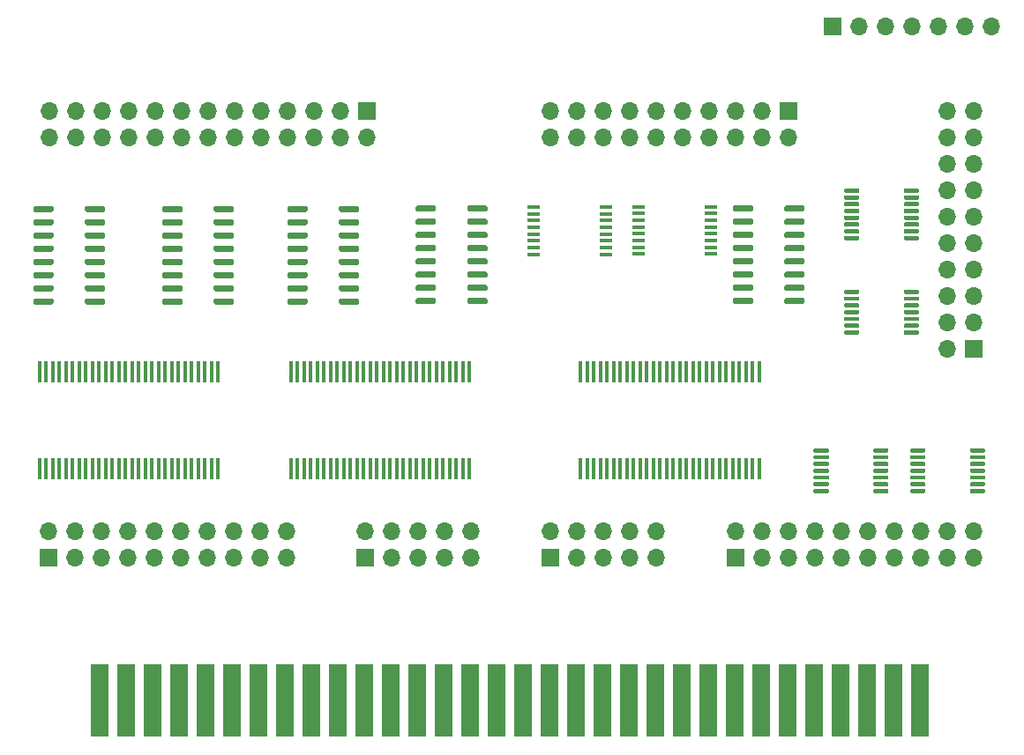
<source format=gts>
G04 #@! TF.GenerationSoftware,KiCad,Pcbnew,(5.1.12-1-10_14)*
G04 #@! TF.CreationDate,2023-11-15T20:51:55-07:00*
G04 #@! TF.ProjectId,GenMemBlock,47656e4d-656d-4426-9c6f-636b2e6b6963,rev?*
G04 #@! TF.SameCoordinates,Original*
G04 #@! TF.FileFunction,Soldermask,Top*
G04 #@! TF.FilePolarity,Negative*
%FSLAX46Y46*%
G04 Gerber Fmt 4.6, Leading zero omitted, Abs format (unit mm)*
G04 Created by KiCad (PCBNEW (5.1.12-1-10_14)) date 2023-11-15 20:51:55*
%MOMM*%
%LPD*%
G01*
G04 APERTURE LIST*
%ADD10O,1.700000X1.700000*%
%ADD11R,1.700000X1.700000*%
%ADD12R,1.778000X6.985000*%
%ADD13R,1.200000X0.400000*%
%ADD14R,0.406400X2.044700*%
G04 APERTURE END LIST*
D10*
X126238000Y-66040000D03*
X123698000Y-66040000D03*
X121158000Y-66040000D03*
X118618000Y-66040000D03*
X116078000Y-66040000D03*
X113538000Y-66040000D03*
D11*
X110998000Y-66040000D03*
D10*
X122037000Y-74140000D03*
X124577000Y-74140000D03*
X122037000Y-76680000D03*
X124577000Y-76680000D03*
X122037000Y-79220000D03*
X124577000Y-79220000D03*
X122037000Y-81760000D03*
X124577000Y-81760000D03*
X122037000Y-84300000D03*
X124577000Y-84300000D03*
X122037000Y-86840000D03*
X124577000Y-86840000D03*
X122037000Y-89380000D03*
X124577000Y-89380000D03*
X122037000Y-91920000D03*
X124577000Y-91920000D03*
X122037000Y-94460000D03*
X124577000Y-94460000D03*
X122037000Y-97000000D03*
D11*
X124577000Y-97000000D03*
G36*
G01*
X117822000Y-81899000D02*
X117822000Y-81699000D01*
G75*
G02*
X117922000Y-81599000I100000J0D01*
G01*
X119197000Y-81599000D01*
G75*
G02*
X119297000Y-81699000I0J-100000D01*
G01*
X119297000Y-81899000D01*
G75*
G02*
X119197000Y-81999000I-100000J0D01*
G01*
X117922000Y-81999000D01*
G75*
G02*
X117822000Y-81899000I0J100000D01*
G01*
G37*
G36*
G01*
X117822000Y-82549000D02*
X117822000Y-82349000D01*
G75*
G02*
X117922000Y-82249000I100000J0D01*
G01*
X119197000Y-82249000D01*
G75*
G02*
X119297000Y-82349000I0J-100000D01*
G01*
X119297000Y-82549000D01*
G75*
G02*
X119197000Y-82649000I-100000J0D01*
G01*
X117922000Y-82649000D01*
G75*
G02*
X117822000Y-82549000I0J100000D01*
G01*
G37*
G36*
G01*
X117822000Y-83199000D02*
X117822000Y-82999000D01*
G75*
G02*
X117922000Y-82899000I100000J0D01*
G01*
X119197000Y-82899000D01*
G75*
G02*
X119297000Y-82999000I0J-100000D01*
G01*
X119297000Y-83199000D01*
G75*
G02*
X119197000Y-83299000I-100000J0D01*
G01*
X117922000Y-83299000D01*
G75*
G02*
X117822000Y-83199000I0J100000D01*
G01*
G37*
G36*
G01*
X117822000Y-83849000D02*
X117822000Y-83649000D01*
G75*
G02*
X117922000Y-83549000I100000J0D01*
G01*
X119197000Y-83549000D01*
G75*
G02*
X119297000Y-83649000I0J-100000D01*
G01*
X119297000Y-83849000D01*
G75*
G02*
X119197000Y-83949000I-100000J0D01*
G01*
X117922000Y-83949000D01*
G75*
G02*
X117822000Y-83849000I0J100000D01*
G01*
G37*
G36*
G01*
X117822000Y-84499000D02*
X117822000Y-84299000D01*
G75*
G02*
X117922000Y-84199000I100000J0D01*
G01*
X119197000Y-84199000D01*
G75*
G02*
X119297000Y-84299000I0J-100000D01*
G01*
X119297000Y-84499000D01*
G75*
G02*
X119197000Y-84599000I-100000J0D01*
G01*
X117922000Y-84599000D01*
G75*
G02*
X117822000Y-84499000I0J100000D01*
G01*
G37*
G36*
G01*
X117822000Y-85149000D02*
X117822000Y-84949000D01*
G75*
G02*
X117922000Y-84849000I100000J0D01*
G01*
X119197000Y-84849000D01*
G75*
G02*
X119297000Y-84949000I0J-100000D01*
G01*
X119297000Y-85149000D01*
G75*
G02*
X119197000Y-85249000I-100000J0D01*
G01*
X117922000Y-85249000D01*
G75*
G02*
X117822000Y-85149000I0J100000D01*
G01*
G37*
G36*
G01*
X117822000Y-85799000D02*
X117822000Y-85599000D01*
G75*
G02*
X117922000Y-85499000I100000J0D01*
G01*
X119197000Y-85499000D01*
G75*
G02*
X119297000Y-85599000I0J-100000D01*
G01*
X119297000Y-85799000D01*
G75*
G02*
X119197000Y-85899000I-100000J0D01*
G01*
X117922000Y-85899000D01*
G75*
G02*
X117822000Y-85799000I0J100000D01*
G01*
G37*
G36*
G01*
X117822000Y-86449000D02*
X117822000Y-86249000D01*
G75*
G02*
X117922000Y-86149000I100000J0D01*
G01*
X119197000Y-86149000D01*
G75*
G02*
X119297000Y-86249000I0J-100000D01*
G01*
X119297000Y-86449000D01*
G75*
G02*
X119197000Y-86549000I-100000J0D01*
G01*
X117922000Y-86549000D01*
G75*
G02*
X117822000Y-86449000I0J100000D01*
G01*
G37*
G36*
G01*
X112097000Y-86449000D02*
X112097000Y-86249000D01*
G75*
G02*
X112197000Y-86149000I100000J0D01*
G01*
X113472000Y-86149000D01*
G75*
G02*
X113572000Y-86249000I0J-100000D01*
G01*
X113572000Y-86449000D01*
G75*
G02*
X113472000Y-86549000I-100000J0D01*
G01*
X112197000Y-86549000D01*
G75*
G02*
X112097000Y-86449000I0J100000D01*
G01*
G37*
G36*
G01*
X112097000Y-85799000D02*
X112097000Y-85599000D01*
G75*
G02*
X112197000Y-85499000I100000J0D01*
G01*
X113472000Y-85499000D01*
G75*
G02*
X113572000Y-85599000I0J-100000D01*
G01*
X113572000Y-85799000D01*
G75*
G02*
X113472000Y-85899000I-100000J0D01*
G01*
X112197000Y-85899000D01*
G75*
G02*
X112097000Y-85799000I0J100000D01*
G01*
G37*
G36*
G01*
X112097000Y-85149000D02*
X112097000Y-84949000D01*
G75*
G02*
X112197000Y-84849000I100000J0D01*
G01*
X113472000Y-84849000D01*
G75*
G02*
X113572000Y-84949000I0J-100000D01*
G01*
X113572000Y-85149000D01*
G75*
G02*
X113472000Y-85249000I-100000J0D01*
G01*
X112197000Y-85249000D01*
G75*
G02*
X112097000Y-85149000I0J100000D01*
G01*
G37*
G36*
G01*
X112097000Y-84499000D02*
X112097000Y-84299000D01*
G75*
G02*
X112197000Y-84199000I100000J0D01*
G01*
X113472000Y-84199000D01*
G75*
G02*
X113572000Y-84299000I0J-100000D01*
G01*
X113572000Y-84499000D01*
G75*
G02*
X113472000Y-84599000I-100000J0D01*
G01*
X112197000Y-84599000D01*
G75*
G02*
X112097000Y-84499000I0J100000D01*
G01*
G37*
G36*
G01*
X112097000Y-83849000D02*
X112097000Y-83649000D01*
G75*
G02*
X112197000Y-83549000I100000J0D01*
G01*
X113472000Y-83549000D01*
G75*
G02*
X113572000Y-83649000I0J-100000D01*
G01*
X113572000Y-83849000D01*
G75*
G02*
X113472000Y-83949000I-100000J0D01*
G01*
X112197000Y-83949000D01*
G75*
G02*
X112097000Y-83849000I0J100000D01*
G01*
G37*
G36*
G01*
X112097000Y-83199000D02*
X112097000Y-82999000D01*
G75*
G02*
X112197000Y-82899000I100000J0D01*
G01*
X113472000Y-82899000D01*
G75*
G02*
X113572000Y-82999000I0J-100000D01*
G01*
X113572000Y-83199000D01*
G75*
G02*
X113472000Y-83299000I-100000J0D01*
G01*
X112197000Y-83299000D01*
G75*
G02*
X112097000Y-83199000I0J100000D01*
G01*
G37*
G36*
G01*
X112097000Y-82549000D02*
X112097000Y-82349000D01*
G75*
G02*
X112197000Y-82249000I100000J0D01*
G01*
X113472000Y-82249000D01*
G75*
G02*
X113572000Y-82349000I0J-100000D01*
G01*
X113572000Y-82549000D01*
G75*
G02*
X113472000Y-82649000I-100000J0D01*
G01*
X112197000Y-82649000D01*
G75*
G02*
X112097000Y-82549000I0J100000D01*
G01*
G37*
G36*
G01*
X112097000Y-81899000D02*
X112097000Y-81699000D01*
G75*
G02*
X112197000Y-81599000I100000J0D01*
G01*
X113472000Y-81599000D01*
G75*
G02*
X113572000Y-81699000I0J-100000D01*
G01*
X113572000Y-81899000D01*
G75*
G02*
X113472000Y-81999000I-100000J0D01*
G01*
X112197000Y-81999000D01*
G75*
G02*
X112097000Y-81899000I0J100000D01*
G01*
G37*
G36*
G01*
X117822000Y-91622000D02*
X117822000Y-91422000D01*
G75*
G02*
X117922000Y-91322000I100000J0D01*
G01*
X119197000Y-91322000D01*
G75*
G02*
X119297000Y-91422000I0J-100000D01*
G01*
X119297000Y-91622000D01*
G75*
G02*
X119197000Y-91722000I-100000J0D01*
G01*
X117922000Y-91722000D01*
G75*
G02*
X117822000Y-91622000I0J100000D01*
G01*
G37*
G36*
G01*
X117822000Y-92272000D02*
X117822000Y-92072000D01*
G75*
G02*
X117922000Y-91972000I100000J0D01*
G01*
X119197000Y-91972000D01*
G75*
G02*
X119297000Y-92072000I0J-100000D01*
G01*
X119297000Y-92272000D01*
G75*
G02*
X119197000Y-92372000I-100000J0D01*
G01*
X117922000Y-92372000D01*
G75*
G02*
X117822000Y-92272000I0J100000D01*
G01*
G37*
G36*
G01*
X117822000Y-92922000D02*
X117822000Y-92722000D01*
G75*
G02*
X117922000Y-92622000I100000J0D01*
G01*
X119197000Y-92622000D01*
G75*
G02*
X119297000Y-92722000I0J-100000D01*
G01*
X119297000Y-92922000D01*
G75*
G02*
X119197000Y-93022000I-100000J0D01*
G01*
X117922000Y-93022000D01*
G75*
G02*
X117822000Y-92922000I0J100000D01*
G01*
G37*
G36*
G01*
X117822000Y-93572000D02*
X117822000Y-93372000D01*
G75*
G02*
X117922000Y-93272000I100000J0D01*
G01*
X119197000Y-93272000D01*
G75*
G02*
X119297000Y-93372000I0J-100000D01*
G01*
X119297000Y-93572000D01*
G75*
G02*
X119197000Y-93672000I-100000J0D01*
G01*
X117922000Y-93672000D01*
G75*
G02*
X117822000Y-93572000I0J100000D01*
G01*
G37*
G36*
G01*
X117822000Y-94222000D02*
X117822000Y-94022000D01*
G75*
G02*
X117922000Y-93922000I100000J0D01*
G01*
X119197000Y-93922000D01*
G75*
G02*
X119297000Y-94022000I0J-100000D01*
G01*
X119297000Y-94222000D01*
G75*
G02*
X119197000Y-94322000I-100000J0D01*
G01*
X117922000Y-94322000D01*
G75*
G02*
X117822000Y-94222000I0J100000D01*
G01*
G37*
G36*
G01*
X117822000Y-94872000D02*
X117822000Y-94672000D01*
G75*
G02*
X117922000Y-94572000I100000J0D01*
G01*
X119197000Y-94572000D01*
G75*
G02*
X119297000Y-94672000I0J-100000D01*
G01*
X119297000Y-94872000D01*
G75*
G02*
X119197000Y-94972000I-100000J0D01*
G01*
X117922000Y-94972000D01*
G75*
G02*
X117822000Y-94872000I0J100000D01*
G01*
G37*
G36*
G01*
X117822000Y-95522000D02*
X117822000Y-95322000D01*
G75*
G02*
X117922000Y-95222000I100000J0D01*
G01*
X119197000Y-95222000D01*
G75*
G02*
X119297000Y-95322000I0J-100000D01*
G01*
X119297000Y-95522000D01*
G75*
G02*
X119197000Y-95622000I-100000J0D01*
G01*
X117922000Y-95622000D01*
G75*
G02*
X117822000Y-95522000I0J100000D01*
G01*
G37*
G36*
G01*
X112097000Y-95522000D02*
X112097000Y-95322000D01*
G75*
G02*
X112197000Y-95222000I100000J0D01*
G01*
X113472000Y-95222000D01*
G75*
G02*
X113572000Y-95322000I0J-100000D01*
G01*
X113572000Y-95522000D01*
G75*
G02*
X113472000Y-95622000I-100000J0D01*
G01*
X112197000Y-95622000D01*
G75*
G02*
X112097000Y-95522000I0J100000D01*
G01*
G37*
G36*
G01*
X112097000Y-94872000D02*
X112097000Y-94672000D01*
G75*
G02*
X112197000Y-94572000I100000J0D01*
G01*
X113472000Y-94572000D01*
G75*
G02*
X113572000Y-94672000I0J-100000D01*
G01*
X113572000Y-94872000D01*
G75*
G02*
X113472000Y-94972000I-100000J0D01*
G01*
X112197000Y-94972000D01*
G75*
G02*
X112097000Y-94872000I0J100000D01*
G01*
G37*
G36*
G01*
X112097000Y-94222000D02*
X112097000Y-94022000D01*
G75*
G02*
X112197000Y-93922000I100000J0D01*
G01*
X113472000Y-93922000D01*
G75*
G02*
X113572000Y-94022000I0J-100000D01*
G01*
X113572000Y-94222000D01*
G75*
G02*
X113472000Y-94322000I-100000J0D01*
G01*
X112197000Y-94322000D01*
G75*
G02*
X112097000Y-94222000I0J100000D01*
G01*
G37*
G36*
G01*
X112097000Y-93572000D02*
X112097000Y-93372000D01*
G75*
G02*
X112197000Y-93272000I100000J0D01*
G01*
X113472000Y-93272000D01*
G75*
G02*
X113572000Y-93372000I0J-100000D01*
G01*
X113572000Y-93572000D01*
G75*
G02*
X113472000Y-93672000I-100000J0D01*
G01*
X112197000Y-93672000D01*
G75*
G02*
X112097000Y-93572000I0J100000D01*
G01*
G37*
G36*
G01*
X112097000Y-92922000D02*
X112097000Y-92722000D01*
G75*
G02*
X112197000Y-92622000I100000J0D01*
G01*
X113472000Y-92622000D01*
G75*
G02*
X113572000Y-92722000I0J-100000D01*
G01*
X113572000Y-92922000D01*
G75*
G02*
X113472000Y-93022000I-100000J0D01*
G01*
X112197000Y-93022000D01*
G75*
G02*
X112097000Y-92922000I0J100000D01*
G01*
G37*
G36*
G01*
X112097000Y-92272000D02*
X112097000Y-92072000D01*
G75*
G02*
X112197000Y-91972000I100000J0D01*
G01*
X113472000Y-91972000D01*
G75*
G02*
X113572000Y-92072000I0J-100000D01*
G01*
X113572000Y-92272000D01*
G75*
G02*
X113472000Y-92372000I-100000J0D01*
G01*
X112197000Y-92372000D01*
G75*
G02*
X112097000Y-92272000I0J100000D01*
G01*
G37*
G36*
G01*
X112097000Y-91622000D02*
X112097000Y-91422000D01*
G75*
G02*
X112197000Y-91322000I100000J0D01*
G01*
X113472000Y-91322000D01*
G75*
G02*
X113572000Y-91422000I0J-100000D01*
G01*
X113572000Y-91622000D01*
G75*
G02*
X113472000Y-91722000I-100000J0D01*
G01*
X112197000Y-91722000D01*
G75*
G02*
X112097000Y-91622000I0J100000D01*
G01*
G37*
G36*
G01*
X124172000Y-106862000D02*
X124172000Y-106662000D01*
G75*
G02*
X124272000Y-106562000I100000J0D01*
G01*
X125547000Y-106562000D01*
G75*
G02*
X125647000Y-106662000I0J-100000D01*
G01*
X125647000Y-106862000D01*
G75*
G02*
X125547000Y-106962000I-100000J0D01*
G01*
X124272000Y-106962000D01*
G75*
G02*
X124172000Y-106862000I0J100000D01*
G01*
G37*
G36*
G01*
X124172000Y-107512000D02*
X124172000Y-107312000D01*
G75*
G02*
X124272000Y-107212000I100000J0D01*
G01*
X125547000Y-107212000D01*
G75*
G02*
X125647000Y-107312000I0J-100000D01*
G01*
X125647000Y-107512000D01*
G75*
G02*
X125547000Y-107612000I-100000J0D01*
G01*
X124272000Y-107612000D01*
G75*
G02*
X124172000Y-107512000I0J100000D01*
G01*
G37*
G36*
G01*
X124172000Y-108162000D02*
X124172000Y-107962000D01*
G75*
G02*
X124272000Y-107862000I100000J0D01*
G01*
X125547000Y-107862000D01*
G75*
G02*
X125647000Y-107962000I0J-100000D01*
G01*
X125647000Y-108162000D01*
G75*
G02*
X125547000Y-108262000I-100000J0D01*
G01*
X124272000Y-108262000D01*
G75*
G02*
X124172000Y-108162000I0J100000D01*
G01*
G37*
G36*
G01*
X124172000Y-108812000D02*
X124172000Y-108612000D01*
G75*
G02*
X124272000Y-108512000I100000J0D01*
G01*
X125547000Y-108512000D01*
G75*
G02*
X125647000Y-108612000I0J-100000D01*
G01*
X125647000Y-108812000D01*
G75*
G02*
X125547000Y-108912000I-100000J0D01*
G01*
X124272000Y-108912000D01*
G75*
G02*
X124172000Y-108812000I0J100000D01*
G01*
G37*
G36*
G01*
X124172000Y-109462000D02*
X124172000Y-109262000D01*
G75*
G02*
X124272000Y-109162000I100000J0D01*
G01*
X125547000Y-109162000D01*
G75*
G02*
X125647000Y-109262000I0J-100000D01*
G01*
X125647000Y-109462000D01*
G75*
G02*
X125547000Y-109562000I-100000J0D01*
G01*
X124272000Y-109562000D01*
G75*
G02*
X124172000Y-109462000I0J100000D01*
G01*
G37*
G36*
G01*
X124172000Y-110112000D02*
X124172000Y-109912000D01*
G75*
G02*
X124272000Y-109812000I100000J0D01*
G01*
X125547000Y-109812000D01*
G75*
G02*
X125647000Y-109912000I0J-100000D01*
G01*
X125647000Y-110112000D01*
G75*
G02*
X125547000Y-110212000I-100000J0D01*
G01*
X124272000Y-110212000D01*
G75*
G02*
X124172000Y-110112000I0J100000D01*
G01*
G37*
G36*
G01*
X124172000Y-110762000D02*
X124172000Y-110562000D01*
G75*
G02*
X124272000Y-110462000I100000J0D01*
G01*
X125547000Y-110462000D01*
G75*
G02*
X125647000Y-110562000I0J-100000D01*
G01*
X125647000Y-110762000D01*
G75*
G02*
X125547000Y-110862000I-100000J0D01*
G01*
X124272000Y-110862000D01*
G75*
G02*
X124172000Y-110762000I0J100000D01*
G01*
G37*
G36*
G01*
X118447000Y-110762000D02*
X118447000Y-110562000D01*
G75*
G02*
X118547000Y-110462000I100000J0D01*
G01*
X119822000Y-110462000D01*
G75*
G02*
X119922000Y-110562000I0J-100000D01*
G01*
X119922000Y-110762000D01*
G75*
G02*
X119822000Y-110862000I-100000J0D01*
G01*
X118547000Y-110862000D01*
G75*
G02*
X118447000Y-110762000I0J100000D01*
G01*
G37*
G36*
G01*
X118447000Y-110112000D02*
X118447000Y-109912000D01*
G75*
G02*
X118547000Y-109812000I100000J0D01*
G01*
X119822000Y-109812000D01*
G75*
G02*
X119922000Y-109912000I0J-100000D01*
G01*
X119922000Y-110112000D01*
G75*
G02*
X119822000Y-110212000I-100000J0D01*
G01*
X118547000Y-110212000D01*
G75*
G02*
X118447000Y-110112000I0J100000D01*
G01*
G37*
G36*
G01*
X118447000Y-109462000D02*
X118447000Y-109262000D01*
G75*
G02*
X118547000Y-109162000I100000J0D01*
G01*
X119822000Y-109162000D01*
G75*
G02*
X119922000Y-109262000I0J-100000D01*
G01*
X119922000Y-109462000D01*
G75*
G02*
X119822000Y-109562000I-100000J0D01*
G01*
X118547000Y-109562000D01*
G75*
G02*
X118447000Y-109462000I0J100000D01*
G01*
G37*
G36*
G01*
X118447000Y-108812000D02*
X118447000Y-108612000D01*
G75*
G02*
X118547000Y-108512000I100000J0D01*
G01*
X119822000Y-108512000D01*
G75*
G02*
X119922000Y-108612000I0J-100000D01*
G01*
X119922000Y-108812000D01*
G75*
G02*
X119822000Y-108912000I-100000J0D01*
G01*
X118547000Y-108912000D01*
G75*
G02*
X118447000Y-108812000I0J100000D01*
G01*
G37*
G36*
G01*
X118447000Y-108162000D02*
X118447000Y-107962000D01*
G75*
G02*
X118547000Y-107862000I100000J0D01*
G01*
X119822000Y-107862000D01*
G75*
G02*
X119922000Y-107962000I0J-100000D01*
G01*
X119922000Y-108162000D01*
G75*
G02*
X119822000Y-108262000I-100000J0D01*
G01*
X118547000Y-108262000D01*
G75*
G02*
X118447000Y-108162000I0J100000D01*
G01*
G37*
G36*
G01*
X118447000Y-107512000D02*
X118447000Y-107312000D01*
G75*
G02*
X118547000Y-107212000I100000J0D01*
G01*
X119822000Y-107212000D01*
G75*
G02*
X119922000Y-107312000I0J-100000D01*
G01*
X119922000Y-107512000D01*
G75*
G02*
X119822000Y-107612000I-100000J0D01*
G01*
X118547000Y-107612000D01*
G75*
G02*
X118447000Y-107512000I0J100000D01*
G01*
G37*
G36*
G01*
X118447000Y-106862000D02*
X118447000Y-106662000D01*
G75*
G02*
X118547000Y-106562000I100000J0D01*
G01*
X119822000Y-106562000D01*
G75*
G02*
X119922000Y-106662000I0J-100000D01*
G01*
X119922000Y-106862000D01*
G75*
G02*
X119822000Y-106962000I-100000J0D01*
G01*
X118547000Y-106962000D01*
G75*
G02*
X118447000Y-106862000I0J100000D01*
G01*
G37*
G36*
G01*
X114901000Y-106862000D02*
X114901000Y-106662000D01*
G75*
G02*
X115001000Y-106562000I100000J0D01*
G01*
X116276000Y-106562000D01*
G75*
G02*
X116376000Y-106662000I0J-100000D01*
G01*
X116376000Y-106862000D01*
G75*
G02*
X116276000Y-106962000I-100000J0D01*
G01*
X115001000Y-106962000D01*
G75*
G02*
X114901000Y-106862000I0J100000D01*
G01*
G37*
G36*
G01*
X114901000Y-107512000D02*
X114901000Y-107312000D01*
G75*
G02*
X115001000Y-107212000I100000J0D01*
G01*
X116276000Y-107212000D01*
G75*
G02*
X116376000Y-107312000I0J-100000D01*
G01*
X116376000Y-107512000D01*
G75*
G02*
X116276000Y-107612000I-100000J0D01*
G01*
X115001000Y-107612000D01*
G75*
G02*
X114901000Y-107512000I0J100000D01*
G01*
G37*
G36*
G01*
X114901000Y-108162000D02*
X114901000Y-107962000D01*
G75*
G02*
X115001000Y-107862000I100000J0D01*
G01*
X116276000Y-107862000D01*
G75*
G02*
X116376000Y-107962000I0J-100000D01*
G01*
X116376000Y-108162000D01*
G75*
G02*
X116276000Y-108262000I-100000J0D01*
G01*
X115001000Y-108262000D01*
G75*
G02*
X114901000Y-108162000I0J100000D01*
G01*
G37*
G36*
G01*
X114901000Y-108812000D02*
X114901000Y-108612000D01*
G75*
G02*
X115001000Y-108512000I100000J0D01*
G01*
X116276000Y-108512000D01*
G75*
G02*
X116376000Y-108612000I0J-100000D01*
G01*
X116376000Y-108812000D01*
G75*
G02*
X116276000Y-108912000I-100000J0D01*
G01*
X115001000Y-108912000D01*
G75*
G02*
X114901000Y-108812000I0J100000D01*
G01*
G37*
G36*
G01*
X114901000Y-109462000D02*
X114901000Y-109262000D01*
G75*
G02*
X115001000Y-109162000I100000J0D01*
G01*
X116276000Y-109162000D01*
G75*
G02*
X116376000Y-109262000I0J-100000D01*
G01*
X116376000Y-109462000D01*
G75*
G02*
X116276000Y-109562000I-100000J0D01*
G01*
X115001000Y-109562000D01*
G75*
G02*
X114901000Y-109462000I0J100000D01*
G01*
G37*
G36*
G01*
X114901000Y-110112000D02*
X114901000Y-109912000D01*
G75*
G02*
X115001000Y-109812000I100000J0D01*
G01*
X116276000Y-109812000D01*
G75*
G02*
X116376000Y-109912000I0J-100000D01*
G01*
X116376000Y-110112000D01*
G75*
G02*
X116276000Y-110212000I-100000J0D01*
G01*
X115001000Y-110212000D01*
G75*
G02*
X114901000Y-110112000I0J100000D01*
G01*
G37*
G36*
G01*
X114901000Y-110762000D02*
X114901000Y-110562000D01*
G75*
G02*
X115001000Y-110462000I100000J0D01*
G01*
X116276000Y-110462000D01*
G75*
G02*
X116376000Y-110562000I0J-100000D01*
G01*
X116376000Y-110762000D01*
G75*
G02*
X116276000Y-110862000I-100000J0D01*
G01*
X115001000Y-110862000D01*
G75*
G02*
X114901000Y-110762000I0J100000D01*
G01*
G37*
G36*
G01*
X109176000Y-110762000D02*
X109176000Y-110562000D01*
G75*
G02*
X109276000Y-110462000I100000J0D01*
G01*
X110551000Y-110462000D01*
G75*
G02*
X110651000Y-110562000I0J-100000D01*
G01*
X110651000Y-110762000D01*
G75*
G02*
X110551000Y-110862000I-100000J0D01*
G01*
X109276000Y-110862000D01*
G75*
G02*
X109176000Y-110762000I0J100000D01*
G01*
G37*
G36*
G01*
X109176000Y-110112000D02*
X109176000Y-109912000D01*
G75*
G02*
X109276000Y-109812000I100000J0D01*
G01*
X110551000Y-109812000D01*
G75*
G02*
X110651000Y-109912000I0J-100000D01*
G01*
X110651000Y-110112000D01*
G75*
G02*
X110551000Y-110212000I-100000J0D01*
G01*
X109276000Y-110212000D01*
G75*
G02*
X109176000Y-110112000I0J100000D01*
G01*
G37*
G36*
G01*
X109176000Y-109462000D02*
X109176000Y-109262000D01*
G75*
G02*
X109276000Y-109162000I100000J0D01*
G01*
X110551000Y-109162000D01*
G75*
G02*
X110651000Y-109262000I0J-100000D01*
G01*
X110651000Y-109462000D01*
G75*
G02*
X110551000Y-109562000I-100000J0D01*
G01*
X109276000Y-109562000D01*
G75*
G02*
X109176000Y-109462000I0J100000D01*
G01*
G37*
G36*
G01*
X109176000Y-108812000D02*
X109176000Y-108612000D01*
G75*
G02*
X109276000Y-108512000I100000J0D01*
G01*
X110551000Y-108512000D01*
G75*
G02*
X110651000Y-108612000I0J-100000D01*
G01*
X110651000Y-108812000D01*
G75*
G02*
X110551000Y-108912000I-100000J0D01*
G01*
X109276000Y-108912000D01*
G75*
G02*
X109176000Y-108812000I0J100000D01*
G01*
G37*
G36*
G01*
X109176000Y-108162000D02*
X109176000Y-107962000D01*
G75*
G02*
X109276000Y-107862000I100000J0D01*
G01*
X110551000Y-107862000D01*
G75*
G02*
X110651000Y-107962000I0J-100000D01*
G01*
X110651000Y-108162000D01*
G75*
G02*
X110551000Y-108262000I-100000J0D01*
G01*
X109276000Y-108262000D01*
G75*
G02*
X109176000Y-108162000I0J100000D01*
G01*
G37*
G36*
G01*
X109176000Y-107512000D02*
X109176000Y-107312000D01*
G75*
G02*
X109276000Y-107212000I100000J0D01*
G01*
X110551000Y-107212000D01*
G75*
G02*
X110651000Y-107312000I0J-100000D01*
G01*
X110651000Y-107512000D01*
G75*
G02*
X110551000Y-107612000I-100000J0D01*
G01*
X109276000Y-107612000D01*
G75*
G02*
X109176000Y-107512000I0J100000D01*
G01*
G37*
G36*
G01*
X109176000Y-106862000D02*
X109176000Y-106662000D01*
G75*
G02*
X109276000Y-106562000I100000J0D01*
G01*
X110551000Y-106562000D01*
G75*
G02*
X110651000Y-106662000I0J-100000D01*
G01*
X110651000Y-106862000D01*
G75*
G02*
X110551000Y-106962000I-100000J0D01*
G01*
X109276000Y-106962000D01*
G75*
G02*
X109176000Y-106862000I0J100000D01*
G01*
G37*
D12*
X40640000Y-130810000D03*
X43180000Y-130810000D03*
X45720000Y-130810000D03*
X48260000Y-130810000D03*
X50800000Y-130810000D03*
X53340000Y-130810000D03*
X55880000Y-130810000D03*
X58420000Y-130810000D03*
X60960000Y-130810000D03*
X63500000Y-130810000D03*
X66040000Y-130810000D03*
X68580000Y-130810000D03*
X71120000Y-130810000D03*
X73660000Y-130810000D03*
X76200000Y-130810000D03*
X78740000Y-130810000D03*
X81280000Y-130810000D03*
X83820000Y-130810000D03*
X86360000Y-130810000D03*
X88900000Y-130810000D03*
X91440000Y-130810000D03*
X93980000Y-130810000D03*
X96520000Y-130810000D03*
X99060000Y-130810000D03*
X101600000Y-130810000D03*
X104140000Y-130810000D03*
X106680000Y-130810000D03*
X109220000Y-130810000D03*
X111760000Y-130810000D03*
X114300000Y-130810000D03*
X116840000Y-130810000D03*
X119380000Y-130810000D03*
D13*
X99309600Y-83335200D03*
X99309600Y-83985200D03*
X99309600Y-84635200D03*
X99309600Y-85285200D03*
X99309600Y-85935200D03*
X99309600Y-86585200D03*
X99309600Y-87235200D03*
X99309600Y-87885200D03*
X92409600Y-87885200D03*
X92409600Y-87235200D03*
X92409600Y-86585200D03*
X92409600Y-85935200D03*
X92409600Y-85285200D03*
X92409600Y-84635200D03*
X92409600Y-83985200D03*
X92409600Y-83335200D03*
X89200400Y-83373800D03*
X89200400Y-84023800D03*
X89200400Y-84673800D03*
X89200400Y-85323800D03*
X89200400Y-85973800D03*
X89200400Y-86623800D03*
X89200400Y-87273800D03*
X89200400Y-87923800D03*
X82300400Y-87923800D03*
X82300400Y-87273800D03*
X82300400Y-86623800D03*
X82300400Y-85973800D03*
X82300400Y-85323800D03*
X82300400Y-84673800D03*
X82300400Y-84023800D03*
X82300400Y-83373800D03*
D14*
X103944500Y-99218750D03*
X103309500Y-99218750D03*
X102674500Y-99218750D03*
X102039500Y-99218750D03*
X101404500Y-99218750D03*
X100769500Y-99218750D03*
X100134500Y-99218750D03*
X99499500Y-99218750D03*
X98864500Y-99218750D03*
X98229500Y-99218750D03*
X97594500Y-99218750D03*
X96959500Y-99218750D03*
X96324500Y-99218750D03*
X95689500Y-99218750D03*
X95054500Y-99218750D03*
X94419500Y-99218750D03*
X93784500Y-99218750D03*
X93149500Y-99218750D03*
X92514500Y-99218750D03*
X91879500Y-99218750D03*
X91244500Y-99218750D03*
X90609500Y-99218750D03*
X89974500Y-99218750D03*
X89339500Y-99218750D03*
X88704500Y-99218750D03*
X88069500Y-99218750D03*
X87434500Y-99218750D03*
X86799500Y-99218750D03*
X86799500Y-108553250D03*
X87434500Y-108553250D03*
X88069500Y-108553250D03*
X88704500Y-108553250D03*
X89339500Y-108553250D03*
X89974500Y-108553250D03*
X90609500Y-108553250D03*
X91244500Y-108553250D03*
X91879500Y-108553250D03*
X92514500Y-108553250D03*
X93149500Y-108553250D03*
X93784500Y-108553250D03*
X94419500Y-108553250D03*
X95054500Y-108553250D03*
X95689500Y-108553250D03*
X96324500Y-108553250D03*
X96959500Y-108553250D03*
X97594500Y-108553250D03*
X98229500Y-108553250D03*
X98864500Y-108553250D03*
X99499500Y-108553250D03*
X100134500Y-108553250D03*
X100769500Y-108553250D03*
X101404500Y-108553250D03*
X102039500Y-108553250D03*
X102674500Y-108553250D03*
X103309500Y-108553250D03*
X103944500Y-108553250D03*
X52006500Y-108553250D03*
X51371500Y-108553250D03*
X50736500Y-108553250D03*
X50101500Y-108553250D03*
X49466500Y-108553250D03*
X48831500Y-108553250D03*
X48196500Y-108553250D03*
X47561500Y-108553250D03*
X46926500Y-108553250D03*
X46291500Y-108553250D03*
X45656500Y-108553250D03*
X45021500Y-108553250D03*
X44386500Y-108553250D03*
X43751500Y-108553250D03*
X43116500Y-108553250D03*
X42481500Y-108553250D03*
X41846500Y-108553250D03*
X41211500Y-108553250D03*
X40576500Y-108553250D03*
X39941500Y-108553250D03*
X39306500Y-108553250D03*
X38671500Y-108553250D03*
X38036500Y-108553250D03*
X37401500Y-108553250D03*
X36766500Y-108553250D03*
X36131500Y-108553250D03*
X35496500Y-108553250D03*
X34861500Y-108553250D03*
X34861500Y-99218750D03*
X35496500Y-99218750D03*
X36131500Y-99218750D03*
X36766500Y-99218750D03*
X37401500Y-99218750D03*
X38036500Y-99218750D03*
X38671500Y-99218750D03*
X39306500Y-99218750D03*
X39941500Y-99218750D03*
X40576500Y-99218750D03*
X41211500Y-99218750D03*
X41846500Y-99218750D03*
X42481500Y-99218750D03*
X43116500Y-99218750D03*
X43751500Y-99218750D03*
X44386500Y-99218750D03*
X45021500Y-99218750D03*
X45656500Y-99218750D03*
X46291500Y-99218750D03*
X46926500Y-99218750D03*
X47561500Y-99218750D03*
X48196500Y-99218750D03*
X48831500Y-99218750D03*
X49466500Y-99218750D03*
X50101500Y-99218750D03*
X50736500Y-99218750D03*
X51371500Y-99218750D03*
X52006500Y-99218750D03*
X76139900Y-99218750D03*
X75504900Y-99218750D03*
X74869900Y-99218750D03*
X74234900Y-99218750D03*
X73599900Y-99218750D03*
X72964900Y-99218750D03*
X72329900Y-99218750D03*
X71694900Y-99218750D03*
X71059900Y-99218750D03*
X70424900Y-99218750D03*
X69789900Y-99218750D03*
X69154900Y-99218750D03*
X68519900Y-99218750D03*
X67884900Y-99218750D03*
X67249900Y-99218750D03*
X66614900Y-99218750D03*
X65979900Y-99218750D03*
X65344900Y-99218750D03*
X64709900Y-99218750D03*
X64074900Y-99218750D03*
X63439900Y-99218750D03*
X62804900Y-99218750D03*
X62169900Y-99218750D03*
X61534900Y-99218750D03*
X60899900Y-99218750D03*
X60264900Y-99218750D03*
X59629900Y-99218750D03*
X58994900Y-99218750D03*
X58994900Y-108553250D03*
X59629900Y-108553250D03*
X60264900Y-108553250D03*
X60899900Y-108553250D03*
X61534900Y-108553250D03*
X62169900Y-108553250D03*
X62804900Y-108553250D03*
X63439900Y-108553250D03*
X64074900Y-108553250D03*
X64709900Y-108553250D03*
X65344900Y-108553250D03*
X65979900Y-108553250D03*
X66614900Y-108553250D03*
X67249900Y-108553250D03*
X67884900Y-108553250D03*
X68519900Y-108553250D03*
X69154900Y-108553250D03*
X69789900Y-108553250D03*
X70424900Y-108553250D03*
X71059900Y-108553250D03*
X71694900Y-108553250D03*
X72329900Y-108553250D03*
X72964900Y-108553250D03*
X73599900Y-108553250D03*
X74234900Y-108553250D03*
X74869900Y-108553250D03*
X75504900Y-108553250D03*
X76139900Y-108553250D03*
D10*
X35789000Y-76690000D03*
X35789000Y-74150000D03*
X38329000Y-76690000D03*
X38329000Y-74150000D03*
X40869000Y-76690000D03*
X40869000Y-74150000D03*
X43409000Y-76690000D03*
X43409000Y-74150000D03*
X45949000Y-76690000D03*
X45949000Y-74150000D03*
X48489000Y-76690000D03*
X48489000Y-74150000D03*
X51029000Y-76690000D03*
X51029000Y-74150000D03*
X53569000Y-76690000D03*
X53569000Y-74150000D03*
X56109000Y-76690000D03*
X56109000Y-74150000D03*
X58649000Y-76690000D03*
X58649000Y-74150000D03*
X61189000Y-76690000D03*
X61189000Y-74150000D03*
X63729000Y-76690000D03*
X63729000Y-74150000D03*
X66269000Y-76690000D03*
D11*
X66269000Y-74150000D03*
X66167000Y-117043200D03*
D10*
X66167000Y-114503200D03*
X68707000Y-117043200D03*
X68707000Y-114503200D03*
X71247000Y-117043200D03*
X71247000Y-114503200D03*
X73787000Y-117043200D03*
X73787000Y-114503200D03*
X76327000Y-117043200D03*
X76327000Y-114503200D03*
X94107000Y-114503200D03*
X94107000Y-117043200D03*
X91567000Y-114503200D03*
X91567000Y-117043200D03*
X89027000Y-114503200D03*
X89027000Y-117043200D03*
X86487000Y-114503200D03*
X86487000Y-117043200D03*
X83947000Y-114503200D03*
D11*
X83947000Y-117043200D03*
X101727000Y-117043200D03*
D10*
X101727000Y-114503200D03*
X104267000Y-117043200D03*
X104267000Y-114503200D03*
X106807000Y-117043200D03*
X106807000Y-114503200D03*
X109347000Y-117043200D03*
X109347000Y-114503200D03*
X111887000Y-117043200D03*
X111887000Y-114503200D03*
X114427000Y-117043200D03*
X114427000Y-114503200D03*
X116967000Y-117043200D03*
X116967000Y-114503200D03*
X119507000Y-117043200D03*
X119507000Y-114503200D03*
X122047000Y-117043200D03*
X122047000Y-114503200D03*
X124587000Y-117043200D03*
X124587000Y-114503200D03*
X58572400Y-114503200D03*
X58572400Y-117043200D03*
X56032400Y-114503200D03*
X56032400Y-117043200D03*
X53492400Y-114503200D03*
X53492400Y-117043200D03*
X50952400Y-114503200D03*
X50952400Y-117043200D03*
X48412400Y-114503200D03*
X48412400Y-117043200D03*
X45872400Y-114503200D03*
X45872400Y-117043200D03*
X43332400Y-114503200D03*
X43332400Y-117043200D03*
X40792400Y-114503200D03*
X40792400Y-117043200D03*
X38252400Y-114503200D03*
X38252400Y-117043200D03*
X35712400Y-114503200D03*
D11*
X35712400Y-117043200D03*
D10*
X83921600Y-76690000D03*
X83921600Y-74150000D03*
X86461600Y-76690000D03*
X86461600Y-74150000D03*
X89001600Y-76690000D03*
X89001600Y-74150000D03*
X91541600Y-76690000D03*
X91541600Y-74150000D03*
X94081600Y-76690000D03*
X94081600Y-74150000D03*
X96621600Y-76690000D03*
X96621600Y-74150000D03*
X99161600Y-76690000D03*
X99161600Y-74150000D03*
X101701600Y-76690000D03*
X101701600Y-74150000D03*
X104241600Y-76690000D03*
X104241600Y-74150000D03*
X106781600Y-76690000D03*
D11*
X106781600Y-74150000D03*
G36*
G01*
X39219000Y-83716000D02*
X39219000Y-83416000D01*
G75*
G02*
X39369000Y-83266000I150000J0D01*
G01*
X41019000Y-83266000D01*
G75*
G02*
X41169000Y-83416000I0J-150000D01*
G01*
X41169000Y-83716000D01*
G75*
G02*
X41019000Y-83866000I-150000J0D01*
G01*
X39369000Y-83866000D01*
G75*
G02*
X39219000Y-83716000I0J150000D01*
G01*
G37*
G36*
G01*
X39219000Y-84986000D02*
X39219000Y-84686000D01*
G75*
G02*
X39369000Y-84536000I150000J0D01*
G01*
X41019000Y-84536000D01*
G75*
G02*
X41169000Y-84686000I0J-150000D01*
G01*
X41169000Y-84986000D01*
G75*
G02*
X41019000Y-85136000I-150000J0D01*
G01*
X39369000Y-85136000D01*
G75*
G02*
X39219000Y-84986000I0J150000D01*
G01*
G37*
G36*
G01*
X39219000Y-86256000D02*
X39219000Y-85956000D01*
G75*
G02*
X39369000Y-85806000I150000J0D01*
G01*
X41019000Y-85806000D01*
G75*
G02*
X41169000Y-85956000I0J-150000D01*
G01*
X41169000Y-86256000D01*
G75*
G02*
X41019000Y-86406000I-150000J0D01*
G01*
X39369000Y-86406000D01*
G75*
G02*
X39219000Y-86256000I0J150000D01*
G01*
G37*
G36*
G01*
X39219000Y-87526000D02*
X39219000Y-87226000D01*
G75*
G02*
X39369000Y-87076000I150000J0D01*
G01*
X41019000Y-87076000D01*
G75*
G02*
X41169000Y-87226000I0J-150000D01*
G01*
X41169000Y-87526000D01*
G75*
G02*
X41019000Y-87676000I-150000J0D01*
G01*
X39369000Y-87676000D01*
G75*
G02*
X39219000Y-87526000I0J150000D01*
G01*
G37*
G36*
G01*
X39219000Y-88796000D02*
X39219000Y-88496000D01*
G75*
G02*
X39369000Y-88346000I150000J0D01*
G01*
X41019000Y-88346000D01*
G75*
G02*
X41169000Y-88496000I0J-150000D01*
G01*
X41169000Y-88796000D01*
G75*
G02*
X41019000Y-88946000I-150000J0D01*
G01*
X39369000Y-88946000D01*
G75*
G02*
X39219000Y-88796000I0J150000D01*
G01*
G37*
G36*
G01*
X39219000Y-90066000D02*
X39219000Y-89766000D01*
G75*
G02*
X39369000Y-89616000I150000J0D01*
G01*
X41019000Y-89616000D01*
G75*
G02*
X41169000Y-89766000I0J-150000D01*
G01*
X41169000Y-90066000D01*
G75*
G02*
X41019000Y-90216000I-150000J0D01*
G01*
X39369000Y-90216000D01*
G75*
G02*
X39219000Y-90066000I0J150000D01*
G01*
G37*
G36*
G01*
X39219000Y-91336000D02*
X39219000Y-91036000D01*
G75*
G02*
X39369000Y-90886000I150000J0D01*
G01*
X41019000Y-90886000D01*
G75*
G02*
X41169000Y-91036000I0J-150000D01*
G01*
X41169000Y-91336000D01*
G75*
G02*
X41019000Y-91486000I-150000J0D01*
G01*
X39369000Y-91486000D01*
G75*
G02*
X39219000Y-91336000I0J150000D01*
G01*
G37*
G36*
G01*
X39219000Y-92606000D02*
X39219000Y-92306000D01*
G75*
G02*
X39369000Y-92156000I150000J0D01*
G01*
X41019000Y-92156000D01*
G75*
G02*
X41169000Y-92306000I0J-150000D01*
G01*
X41169000Y-92606000D01*
G75*
G02*
X41019000Y-92756000I-150000J0D01*
G01*
X39369000Y-92756000D01*
G75*
G02*
X39219000Y-92606000I0J150000D01*
G01*
G37*
G36*
G01*
X34269000Y-92606000D02*
X34269000Y-92306000D01*
G75*
G02*
X34419000Y-92156000I150000J0D01*
G01*
X36069000Y-92156000D01*
G75*
G02*
X36219000Y-92306000I0J-150000D01*
G01*
X36219000Y-92606000D01*
G75*
G02*
X36069000Y-92756000I-150000J0D01*
G01*
X34419000Y-92756000D01*
G75*
G02*
X34269000Y-92606000I0J150000D01*
G01*
G37*
G36*
G01*
X34269000Y-91336000D02*
X34269000Y-91036000D01*
G75*
G02*
X34419000Y-90886000I150000J0D01*
G01*
X36069000Y-90886000D01*
G75*
G02*
X36219000Y-91036000I0J-150000D01*
G01*
X36219000Y-91336000D01*
G75*
G02*
X36069000Y-91486000I-150000J0D01*
G01*
X34419000Y-91486000D01*
G75*
G02*
X34269000Y-91336000I0J150000D01*
G01*
G37*
G36*
G01*
X34269000Y-90066000D02*
X34269000Y-89766000D01*
G75*
G02*
X34419000Y-89616000I150000J0D01*
G01*
X36069000Y-89616000D01*
G75*
G02*
X36219000Y-89766000I0J-150000D01*
G01*
X36219000Y-90066000D01*
G75*
G02*
X36069000Y-90216000I-150000J0D01*
G01*
X34419000Y-90216000D01*
G75*
G02*
X34269000Y-90066000I0J150000D01*
G01*
G37*
G36*
G01*
X34269000Y-88796000D02*
X34269000Y-88496000D01*
G75*
G02*
X34419000Y-88346000I150000J0D01*
G01*
X36069000Y-88346000D01*
G75*
G02*
X36219000Y-88496000I0J-150000D01*
G01*
X36219000Y-88796000D01*
G75*
G02*
X36069000Y-88946000I-150000J0D01*
G01*
X34419000Y-88946000D01*
G75*
G02*
X34269000Y-88796000I0J150000D01*
G01*
G37*
G36*
G01*
X34269000Y-87526000D02*
X34269000Y-87226000D01*
G75*
G02*
X34419000Y-87076000I150000J0D01*
G01*
X36069000Y-87076000D01*
G75*
G02*
X36219000Y-87226000I0J-150000D01*
G01*
X36219000Y-87526000D01*
G75*
G02*
X36069000Y-87676000I-150000J0D01*
G01*
X34419000Y-87676000D01*
G75*
G02*
X34269000Y-87526000I0J150000D01*
G01*
G37*
G36*
G01*
X34269000Y-86256000D02*
X34269000Y-85956000D01*
G75*
G02*
X34419000Y-85806000I150000J0D01*
G01*
X36069000Y-85806000D01*
G75*
G02*
X36219000Y-85956000I0J-150000D01*
G01*
X36219000Y-86256000D01*
G75*
G02*
X36069000Y-86406000I-150000J0D01*
G01*
X34419000Y-86406000D01*
G75*
G02*
X34269000Y-86256000I0J150000D01*
G01*
G37*
G36*
G01*
X34269000Y-84986000D02*
X34269000Y-84686000D01*
G75*
G02*
X34419000Y-84536000I150000J0D01*
G01*
X36069000Y-84536000D01*
G75*
G02*
X36219000Y-84686000I0J-150000D01*
G01*
X36219000Y-84986000D01*
G75*
G02*
X36069000Y-85136000I-150000J0D01*
G01*
X34419000Y-85136000D01*
G75*
G02*
X34269000Y-84986000I0J150000D01*
G01*
G37*
G36*
G01*
X34269000Y-83716000D02*
X34269000Y-83416000D01*
G75*
G02*
X34419000Y-83266000I150000J0D01*
G01*
X36069000Y-83266000D01*
G75*
G02*
X36219000Y-83416000I0J-150000D01*
G01*
X36219000Y-83716000D01*
G75*
G02*
X36069000Y-83866000I-150000J0D01*
G01*
X34419000Y-83866000D01*
G75*
G02*
X34269000Y-83716000I0J150000D01*
G01*
G37*
G36*
G01*
X63615700Y-83716000D02*
X63615700Y-83416000D01*
G75*
G02*
X63765700Y-83266000I150000J0D01*
G01*
X65415700Y-83266000D01*
G75*
G02*
X65565700Y-83416000I0J-150000D01*
G01*
X65565700Y-83716000D01*
G75*
G02*
X65415700Y-83866000I-150000J0D01*
G01*
X63765700Y-83866000D01*
G75*
G02*
X63615700Y-83716000I0J150000D01*
G01*
G37*
G36*
G01*
X63615700Y-84986000D02*
X63615700Y-84686000D01*
G75*
G02*
X63765700Y-84536000I150000J0D01*
G01*
X65415700Y-84536000D01*
G75*
G02*
X65565700Y-84686000I0J-150000D01*
G01*
X65565700Y-84986000D01*
G75*
G02*
X65415700Y-85136000I-150000J0D01*
G01*
X63765700Y-85136000D01*
G75*
G02*
X63615700Y-84986000I0J150000D01*
G01*
G37*
G36*
G01*
X63615700Y-86256000D02*
X63615700Y-85956000D01*
G75*
G02*
X63765700Y-85806000I150000J0D01*
G01*
X65415700Y-85806000D01*
G75*
G02*
X65565700Y-85956000I0J-150000D01*
G01*
X65565700Y-86256000D01*
G75*
G02*
X65415700Y-86406000I-150000J0D01*
G01*
X63765700Y-86406000D01*
G75*
G02*
X63615700Y-86256000I0J150000D01*
G01*
G37*
G36*
G01*
X63615700Y-87526000D02*
X63615700Y-87226000D01*
G75*
G02*
X63765700Y-87076000I150000J0D01*
G01*
X65415700Y-87076000D01*
G75*
G02*
X65565700Y-87226000I0J-150000D01*
G01*
X65565700Y-87526000D01*
G75*
G02*
X65415700Y-87676000I-150000J0D01*
G01*
X63765700Y-87676000D01*
G75*
G02*
X63615700Y-87526000I0J150000D01*
G01*
G37*
G36*
G01*
X63615700Y-88796000D02*
X63615700Y-88496000D01*
G75*
G02*
X63765700Y-88346000I150000J0D01*
G01*
X65415700Y-88346000D01*
G75*
G02*
X65565700Y-88496000I0J-150000D01*
G01*
X65565700Y-88796000D01*
G75*
G02*
X65415700Y-88946000I-150000J0D01*
G01*
X63765700Y-88946000D01*
G75*
G02*
X63615700Y-88796000I0J150000D01*
G01*
G37*
G36*
G01*
X63615700Y-90066000D02*
X63615700Y-89766000D01*
G75*
G02*
X63765700Y-89616000I150000J0D01*
G01*
X65415700Y-89616000D01*
G75*
G02*
X65565700Y-89766000I0J-150000D01*
G01*
X65565700Y-90066000D01*
G75*
G02*
X65415700Y-90216000I-150000J0D01*
G01*
X63765700Y-90216000D01*
G75*
G02*
X63615700Y-90066000I0J150000D01*
G01*
G37*
G36*
G01*
X63615700Y-91336000D02*
X63615700Y-91036000D01*
G75*
G02*
X63765700Y-90886000I150000J0D01*
G01*
X65415700Y-90886000D01*
G75*
G02*
X65565700Y-91036000I0J-150000D01*
G01*
X65565700Y-91336000D01*
G75*
G02*
X65415700Y-91486000I-150000J0D01*
G01*
X63765700Y-91486000D01*
G75*
G02*
X63615700Y-91336000I0J150000D01*
G01*
G37*
G36*
G01*
X63615700Y-92606000D02*
X63615700Y-92306000D01*
G75*
G02*
X63765700Y-92156000I150000J0D01*
G01*
X65415700Y-92156000D01*
G75*
G02*
X65565700Y-92306000I0J-150000D01*
G01*
X65565700Y-92606000D01*
G75*
G02*
X65415700Y-92756000I-150000J0D01*
G01*
X63765700Y-92756000D01*
G75*
G02*
X63615700Y-92606000I0J150000D01*
G01*
G37*
G36*
G01*
X58665700Y-92606000D02*
X58665700Y-92306000D01*
G75*
G02*
X58815700Y-92156000I150000J0D01*
G01*
X60465700Y-92156000D01*
G75*
G02*
X60615700Y-92306000I0J-150000D01*
G01*
X60615700Y-92606000D01*
G75*
G02*
X60465700Y-92756000I-150000J0D01*
G01*
X58815700Y-92756000D01*
G75*
G02*
X58665700Y-92606000I0J150000D01*
G01*
G37*
G36*
G01*
X58665700Y-91336000D02*
X58665700Y-91036000D01*
G75*
G02*
X58815700Y-90886000I150000J0D01*
G01*
X60465700Y-90886000D01*
G75*
G02*
X60615700Y-91036000I0J-150000D01*
G01*
X60615700Y-91336000D01*
G75*
G02*
X60465700Y-91486000I-150000J0D01*
G01*
X58815700Y-91486000D01*
G75*
G02*
X58665700Y-91336000I0J150000D01*
G01*
G37*
G36*
G01*
X58665700Y-90066000D02*
X58665700Y-89766000D01*
G75*
G02*
X58815700Y-89616000I150000J0D01*
G01*
X60465700Y-89616000D01*
G75*
G02*
X60615700Y-89766000I0J-150000D01*
G01*
X60615700Y-90066000D01*
G75*
G02*
X60465700Y-90216000I-150000J0D01*
G01*
X58815700Y-90216000D01*
G75*
G02*
X58665700Y-90066000I0J150000D01*
G01*
G37*
G36*
G01*
X58665700Y-88796000D02*
X58665700Y-88496000D01*
G75*
G02*
X58815700Y-88346000I150000J0D01*
G01*
X60465700Y-88346000D01*
G75*
G02*
X60615700Y-88496000I0J-150000D01*
G01*
X60615700Y-88796000D01*
G75*
G02*
X60465700Y-88946000I-150000J0D01*
G01*
X58815700Y-88946000D01*
G75*
G02*
X58665700Y-88796000I0J150000D01*
G01*
G37*
G36*
G01*
X58665700Y-87526000D02*
X58665700Y-87226000D01*
G75*
G02*
X58815700Y-87076000I150000J0D01*
G01*
X60465700Y-87076000D01*
G75*
G02*
X60615700Y-87226000I0J-150000D01*
G01*
X60615700Y-87526000D01*
G75*
G02*
X60465700Y-87676000I-150000J0D01*
G01*
X58815700Y-87676000D01*
G75*
G02*
X58665700Y-87526000I0J150000D01*
G01*
G37*
G36*
G01*
X58665700Y-86256000D02*
X58665700Y-85956000D01*
G75*
G02*
X58815700Y-85806000I150000J0D01*
G01*
X60465700Y-85806000D01*
G75*
G02*
X60615700Y-85956000I0J-150000D01*
G01*
X60615700Y-86256000D01*
G75*
G02*
X60465700Y-86406000I-150000J0D01*
G01*
X58815700Y-86406000D01*
G75*
G02*
X58665700Y-86256000I0J150000D01*
G01*
G37*
G36*
G01*
X58665700Y-84986000D02*
X58665700Y-84686000D01*
G75*
G02*
X58815700Y-84536000I150000J0D01*
G01*
X60465700Y-84536000D01*
G75*
G02*
X60615700Y-84686000I0J-150000D01*
G01*
X60615700Y-84986000D01*
G75*
G02*
X60465700Y-85136000I-150000J0D01*
G01*
X58815700Y-85136000D01*
G75*
G02*
X58665700Y-84986000I0J150000D01*
G01*
G37*
G36*
G01*
X58665700Y-83716000D02*
X58665700Y-83416000D01*
G75*
G02*
X58815700Y-83266000I150000J0D01*
G01*
X60465700Y-83266000D01*
G75*
G02*
X60615700Y-83416000I0J-150000D01*
G01*
X60615700Y-83716000D01*
G75*
G02*
X60465700Y-83866000I-150000J0D01*
G01*
X58815700Y-83866000D01*
G75*
G02*
X58665700Y-83716000I0J150000D01*
G01*
G37*
G36*
G01*
X51601500Y-83716000D02*
X51601500Y-83416000D01*
G75*
G02*
X51751500Y-83266000I150000J0D01*
G01*
X53401500Y-83266000D01*
G75*
G02*
X53551500Y-83416000I0J-150000D01*
G01*
X53551500Y-83716000D01*
G75*
G02*
X53401500Y-83866000I-150000J0D01*
G01*
X51751500Y-83866000D01*
G75*
G02*
X51601500Y-83716000I0J150000D01*
G01*
G37*
G36*
G01*
X51601500Y-84986000D02*
X51601500Y-84686000D01*
G75*
G02*
X51751500Y-84536000I150000J0D01*
G01*
X53401500Y-84536000D01*
G75*
G02*
X53551500Y-84686000I0J-150000D01*
G01*
X53551500Y-84986000D01*
G75*
G02*
X53401500Y-85136000I-150000J0D01*
G01*
X51751500Y-85136000D01*
G75*
G02*
X51601500Y-84986000I0J150000D01*
G01*
G37*
G36*
G01*
X51601500Y-86256000D02*
X51601500Y-85956000D01*
G75*
G02*
X51751500Y-85806000I150000J0D01*
G01*
X53401500Y-85806000D01*
G75*
G02*
X53551500Y-85956000I0J-150000D01*
G01*
X53551500Y-86256000D01*
G75*
G02*
X53401500Y-86406000I-150000J0D01*
G01*
X51751500Y-86406000D01*
G75*
G02*
X51601500Y-86256000I0J150000D01*
G01*
G37*
G36*
G01*
X51601500Y-87526000D02*
X51601500Y-87226000D01*
G75*
G02*
X51751500Y-87076000I150000J0D01*
G01*
X53401500Y-87076000D01*
G75*
G02*
X53551500Y-87226000I0J-150000D01*
G01*
X53551500Y-87526000D01*
G75*
G02*
X53401500Y-87676000I-150000J0D01*
G01*
X51751500Y-87676000D01*
G75*
G02*
X51601500Y-87526000I0J150000D01*
G01*
G37*
G36*
G01*
X51601500Y-88796000D02*
X51601500Y-88496000D01*
G75*
G02*
X51751500Y-88346000I150000J0D01*
G01*
X53401500Y-88346000D01*
G75*
G02*
X53551500Y-88496000I0J-150000D01*
G01*
X53551500Y-88796000D01*
G75*
G02*
X53401500Y-88946000I-150000J0D01*
G01*
X51751500Y-88946000D01*
G75*
G02*
X51601500Y-88796000I0J150000D01*
G01*
G37*
G36*
G01*
X51601500Y-90066000D02*
X51601500Y-89766000D01*
G75*
G02*
X51751500Y-89616000I150000J0D01*
G01*
X53401500Y-89616000D01*
G75*
G02*
X53551500Y-89766000I0J-150000D01*
G01*
X53551500Y-90066000D01*
G75*
G02*
X53401500Y-90216000I-150000J0D01*
G01*
X51751500Y-90216000D01*
G75*
G02*
X51601500Y-90066000I0J150000D01*
G01*
G37*
G36*
G01*
X51601500Y-91336000D02*
X51601500Y-91036000D01*
G75*
G02*
X51751500Y-90886000I150000J0D01*
G01*
X53401500Y-90886000D01*
G75*
G02*
X53551500Y-91036000I0J-150000D01*
G01*
X53551500Y-91336000D01*
G75*
G02*
X53401500Y-91486000I-150000J0D01*
G01*
X51751500Y-91486000D01*
G75*
G02*
X51601500Y-91336000I0J150000D01*
G01*
G37*
G36*
G01*
X51601500Y-92606000D02*
X51601500Y-92306000D01*
G75*
G02*
X51751500Y-92156000I150000J0D01*
G01*
X53401500Y-92156000D01*
G75*
G02*
X53551500Y-92306000I0J-150000D01*
G01*
X53551500Y-92606000D01*
G75*
G02*
X53401500Y-92756000I-150000J0D01*
G01*
X51751500Y-92756000D01*
G75*
G02*
X51601500Y-92606000I0J150000D01*
G01*
G37*
G36*
G01*
X46651500Y-92606000D02*
X46651500Y-92306000D01*
G75*
G02*
X46801500Y-92156000I150000J0D01*
G01*
X48451500Y-92156000D01*
G75*
G02*
X48601500Y-92306000I0J-150000D01*
G01*
X48601500Y-92606000D01*
G75*
G02*
X48451500Y-92756000I-150000J0D01*
G01*
X46801500Y-92756000D01*
G75*
G02*
X46651500Y-92606000I0J150000D01*
G01*
G37*
G36*
G01*
X46651500Y-91336000D02*
X46651500Y-91036000D01*
G75*
G02*
X46801500Y-90886000I150000J0D01*
G01*
X48451500Y-90886000D01*
G75*
G02*
X48601500Y-91036000I0J-150000D01*
G01*
X48601500Y-91336000D01*
G75*
G02*
X48451500Y-91486000I-150000J0D01*
G01*
X46801500Y-91486000D01*
G75*
G02*
X46651500Y-91336000I0J150000D01*
G01*
G37*
G36*
G01*
X46651500Y-90066000D02*
X46651500Y-89766000D01*
G75*
G02*
X46801500Y-89616000I150000J0D01*
G01*
X48451500Y-89616000D01*
G75*
G02*
X48601500Y-89766000I0J-150000D01*
G01*
X48601500Y-90066000D01*
G75*
G02*
X48451500Y-90216000I-150000J0D01*
G01*
X46801500Y-90216000D01*
G75*
G02*
X46651500Y-90066000I0J150000D01*
G01*
G37*
G36*
G01*
X46651500Y-88796000D02*
X46651500Y-88496000D01*
G75*
G02*
X46801500Y-88346000I150000J0D01*
G01*
X48451500Y-88346000D01*
G75*
G02*
X48601500Y-88496000I0J-150000D01*
G01*
X48601500Y-88796000D01*
G75*
G02*
X48451500Y-88946000I-150000J0D01*
G01*
X46801500Y-88946000D01*
G75*
G02*
X46651500Y-88796000I0J150000D01*
G01*
G37*
G36*
G01*
X46651500Y-87526000D02*
X46651500Y-87226000D01*
G75*
G02*
X46801500Y-87076000I150000J0D01*
G01*
X48451500Y-87076000D01*
G75*
G02*
X48601500Y-87226000I0J-150000D01*
G01*
X48601500Y-87526000D01*
G75*
G02*
X48451500Y-87676000I-150000J0D01*
G01*
X46801500Y-87676000D01*
G75*
G02*
X46651500Y-87526000I0J150000D01*
G01*
G37*
G36*
G01*
X46651500Y-86256000D02*
X46651500Y-85956000D01*
G75*
G02*
X46801500Y-85806000I150000J0D01*
G01*
X48451500Y-85806000D01*
G75*
G02*
X48601500Y-85956000I0J-150000D01*
G01*
X48601500Y-86256000D01*
G75*
G02*
X48451500Y-86406000I-150000J0D01*
G01*
X46801500Y-86406000D01*
G75*
G02*
X46651500Y-86256000I0J150000D01*
G01*
G37*
G36*
G01*
X46651500Y-84986000D02*
X46651500Y-84686000D01*
G75*
G02*
X46801500Y-84536000I150000J0D01*
G01*
X48451500Y-84536000D01*
G75*
G02*
X48601500Y-84686000I0J-150000D01*
G01*
X48601500Y-84986000D01*
G75*
G02*
X48451500Y-85136000I-150000J0D01*
G01*
X46801500Y-85136000D01*
G75*
G02*
X46651500Y-84986000I0J150000D01*
G01*
G37*
G36*
G01*
X46651500Y-83716000D02*
X46651500Y-83416000D01*
G75*
G02*
X46801500Y-83266000I150000J0D01*
G01*
X48451500Y-83266000D01*
G75*
G02*
X48601500Y-83416000I0J-150000D01*
G01*
X48601500Y-83716000D01*
G75*
G02*
X48451500Y-83866000I-150000J0D01*
G01*
X46801500Y-83866000D01*
G75*
G02*
X46651500Y-83716000I0J150000D01*
G01*
G37*
G36*
G01*
X75922000Y-83665200D02*
X75922000Y-83365200D01*
G75*
G02*
X76072000Y-83215200I150000J0D01*
G01*
X77722000Y-83215200D01*
G75*
G02*
X77872000Y-83365200I0J-150000D01*
G01*
X77872000Y-83665200D01*
G75*
G02*
X77722000Y-83815200I-150000J0D01*
G01*
X76072000Y-83815200D01*
G75*
G02*
X75922000Y-83665200I0J150000D01*
G01*
G37*
G36*
G01*
X75922000Y-84935200D02*
X75922000Y-84635200D01*
G75*
G02*
X76072000Y-84485200I150000J0D01*
G01*
X77722000Y-84485200D01*
G75*
G02*
X77872000Y-84635200I0J-150000D01*
G01*
X77872000Y-84935200D01*
G75*
G02*
X77722000Y-85085200I-150000J0D01*
G01*
X76072000Y-85085200D01*
G75*
G02*
X75922000Y-84935200I0J150000D01*
G01*
G37*
G36*
G01*
X75922000Y-86205200D02*
X75922000Y-85905200D01*
G75*
G02*
X76072000Y-85755200I150000J0D01*
G01*
X77722000Y-85755200D01*
G75*
G02*
X77872000Y-85905200I0J-150000D01*
G01*
X77872000Y-86205200D01*
G75*
G02*
X77722000Y-86355200I-150000J0D01*
G01*
X76072000Y-86355200D01*
G75*
G02*
X75922000Y-86205200I0J150000D01*
G01*
G37*
G36*
G01*
X75922000Y-87475200D02*
X75922000Y-87175200D01*
G75*
G02*
X76072000Y-87025200I150000J0D01*
G01*
X77722000Y-87025200D01*
G75*
G02*
X77872000Y-87175200I0J-150000D01*
G01*
X77872000Y-87475200D01*
G75*
G02*
X77722000Y-87625200I-150000J0D01*
G01*
X76072000Y-87625200D01*
G75*
G02*
X75922000Y-87475200I0J150000D01*
G01*
G37*
G36*
G01*
X75922000Y-88745200D02*
X75922000Y-88445200D01*
G75*
G02*
X76072000Y-88295200I150000J0D01*
G01*
X77722000Y-88295200D01*
G75*
G02*
X77872000Y-88445200I0J-150000D01*
G01*
X77872000Y-88745200D01*
G75*
G02*
X77722000Y-88895200I-150000J0D01*
G01*
X76072000Y-88895200D01*
G75*
G02*
X75922000Y-88745200I0J150000D01*
G01*
G37*
G36*
G01*
X75922000Y-90015200D02*
X75922000Y-89715200D01*
G75*
G02*
X76072000Y-89565200I150000J0D01*
G01*
X77722000Y-89565200D01*
G75*
G02*
X77872000Y-89715200I0J-150000D01*
G01*
X77872000Y-90015200D01*
G75*
G02*
X77722000Y-90165200I-150000J0D01*
G01*
X76072000Y-90165200D01*
G75*
G02*
X75922000Y-90015200I0J150000D01*
G01*
G37*
G36*
G01*
X75922000Y-91285200D02*
X75922000Y-90985200D01*
G75*
G02*
X76072000Y-90835200I150000J0D01*
G01*
X77722000Y-90835200D01*
G75*
G02*
X77872000Y-90985200I0J-150000D01*
G01*
X77872000Y-91285200D01*
G75*
G02*
X77722000Y-91435200I-150000J0D01*
G01*
X76072000Y-91435200D01*
G75*
G02*
X75922000Y-91285200I0J150000D01*
G01*
G37*
G36*
G01*
X75922000Y-92555200D02*
X75922000Y-92255200D01*
G75*
G02*
X76072000Y-92105200I150000J0D01*
G01*
X77722000Y-92105200D01*
G75*
G02*
X77872000Y-92255200I0J-150000D01*
G01*
X77872000Y-92555200D01*
G75*
G02*
X77722000Y-92705200I-150000J0D01*
G01*
X76072000Y-92705200D01*
G75*
G02*
X75922000Y-92555200I0J150000D01*
G01*
G37*
G36*
G01*
X70972000Y-92555200D02*
X70972000Y-92255200D01*
G75*
G02*
X71122000Y-92105200I150000J0D01*
G01*
X72772000Y-92105200D01*
G75*
G02*
X72922000Y-92255200I0J-150000D01*
G01*
X72922000Y-92555200D01*
G75*
G02*
X72772000Y-92705200I-150000J0D01*
G01*
X71122000Y-92705200D01*
G75*
G02*
X70972000Y-92555200I0J150000D01*
G01*
G37*
G36*
G01*
X70972000Y-91285200D02*
X70972000Y-90985200D01*
G75*
G02*
X71122000Y-90835200I150000J0D01*
G01*
X72772000Y-90835200D01*
G75*
G02*
X72922000Y-90985200I0J-150000D01*
G01*
X72922000Y-91285200D01*
G75*
G02*
X72772000Y-91435200I-150000J0D01*
G01*
X71122000Y-91435200D01*
G75*
G02*
X70972000Y-91285200I0J150000D01*
G01*
G37*
G36*
G01*
X70972000Y-90015200D02*
X70972000Y-89715200D01*
G75*
G02*
X71122000Y-89565200I150000J0D01*
G01*
X72772000Y-89565200D01*
G75*
G02*
X72922000Y-89715200I0J-150000D01*
G01*
X72922000Y-90015200D01*
G75*
G02*
X72772000Y-90165200I-150000J0D01*
G01*
X71122000Y-90165200D01*
G75*
G02*
X70972000Y-90015200I0J150000D01*
G01*
G37*
G36*
G01*
X70972000Y-88745200D02*
X70972000Y-88445200D01*
G75*
G02*
X71122000Y-88295200I150000J0D01*
G01*
X72772000Y-88295200D01*
G75*
G02*
X72922000Y-88445200I0J-150000D01*
G01*
X72922000Y-88745200D01*
G75*
G02*
X72772000Y-88895200I-150000J0D01*
G01*
X71122000Y-88895200D01*
G75*
G02*
X70972000Y-88745200I0J150000D01*
G01*
G37*
G36*
G01*
X70972000Y-87475200D02*
X70972000Y-87175200D01*
G75*
G02*
X71122000Y-87025200I150000J0D01*
G01*
X72772000Y-87025200D01*
G75*
G02*
X72922000Y-87175200I0J-150000D01*
G01*
X72922000Y-87475200D01*
G75*
G02*
X72772000Y-87625200I-150000J0D01*
G01*
X71122000Y-87625200D01*
G75*
G02*
X70972000Y-87475200I0J150000D01*
G01*
G37*
G36*
G01*
X70972000Y-86205200D02*
X70972000Y-85905200D01*
G75*
G02*
X71122000Y-85755200I150000J0D01*
G01*
X72772000Y-85755200D01*
G75*
G02*
X72922000Y-85905200I0J-150000D01*
G01*
X72922000Y-86205200D01*
G75*
G02*
X72772000Y-86355200I-150000J0D01*
G01*
X71122000Y-86355200D01*
G75*
G02*
X70972000Y-86205200I0J150000D01*
G01*
G37*
G36*
G01*
X70972000Y-84935200D02*
X70972000Y-84635200D01*
G75*
G02*
X71122000Y-84485200I150000J0D01*
G01*
X72772000Y-84485200D01*
G75*
G02*
X72922000Y-84635200I0J-150000D01*
G01*
X72922000Y-84935200D01*
G75*
G02*
X72772000Y-85085200I-150000J0D01*
G01*
X71122000Y-85085200D01*
G75*
G02*
X70972000Y-84935200I0J150000D01*
G01*
G37*
G36*
G01*
X70972000Y-83665200D02*
X70972000Y-83365200D01*
G75*
G02*
X71122000Y-83215200I150000J0D01*
G01*
X72772000Y-83215200D01*
G75*
G02*
X72922000Y-83365200I0J-150000D01*
G01*
X72922000Y-83665200D01*
G75*
G02*
X72772000Y-83815200I-150000J0D01*
G01*
X71122000Y-83815200D01*
G75*
G02*
X70972000Y-83665200I0J150000D01*
G01*
G37*
G36*
G01*
X106381600Y-83665200D02*
X106381600Y-83365200D01*
G75*
G02*
X106531600Y-83215200I150000J0D01*
G01*
X108181600Y-83215200D01*
G75*
G02*
X108331600Y-83365200I0J-150000D01*
G01*
X108331600Y-83665200D01*
G75*
G02*
X108181600Y-83815200I-150000J0D01*
G01*
X106531600Y-83815200D01*
G75*
G02*
X106381600Y-83665200I0J150000D01*
G01*
G37*
G36*
G01*
X106381600Y-84935200D02*
X106381600Y-84635200D01*
G75*
G02*
X106531600Y-84485200I150000J0D01*
G01*
X108181600Y-84485200D01*
G75*
G02*
X108331600Y-84635200I0J-150000D01*
G01*
X108331600Y-84935200D01*
G75*
G02*
X108181600Y-85085200I-150000J0D01*
G01*
X106531600Y-85085200D01*
G75*
G02*
X106381600Y-84935200I0J150000D01*
G01*
G37*
G36*
G01*
X106381600Y-86205200D02*
X106381600Y-85905200D01*
G75*
G02*
X106531600Y-85755200I150000J0D01*
G01*
X108181600Y-85755200D01*
G75*
G02*
X108331600Y-85905200I0J-150000D01*
G01*
X108331600Y-86205200D01*
G75*
G02*
X108181600Y-86355200I-150000J0D01*
G01*
X106531600Y-86355200D01*
G75*
G02*
X106381600Y-86205200I0J150000D01*
G01*
G37*
G36*
G01*
X106381600Y-87475200D02*
X106381600Y-87175200D01*
G75*
G02*
X106531600Y-87025200I150000J0D01*
G01*
X108181600Y-87025200D01*
G75*
G02*
X108331600Y-87175200I0J-150000D01*
G01*
X108331600Y-87475200D01*
G75*
G02*
X108181600Y-87625200I-150000J0D01*
G01*
X106531600Y-87625200D01*
G75*
G02*
X106381600Y-87475200I0J150000D01*
G01*
G37*
G36*
G01*
X106381600Y-88745200D02*
X106381600Y-88445200D01*
G75*
G02*
X106531600Y-88295200I150000J0D01*
G01*
X108181600Y-88295200D01*
G75*
G02*
X108331600Y-88445200I0J-150000D01*
G01*
X108331600Y-88745200D01*
G75*
G02*
X108181600Y-88895200I-150000J0D01*
G01*
X106531600Y-88895200D01*
G75*
G02*
X106381600Y-88745200I0J150000D01*
G01*
G37*
G36*
G01*
X106381600Y-90015200D02*
X106381600Y-89715200D01*
G75*
G02*
X106531600Y-89565200I150000J0D01*
G01*
X108181600Y-89565200D01*
G75*
G02*
X108331600Y-89715200I0J-150000D01*
G01*
X108331600Y-90015200D01*
G75*
G02*
X108181600Y-90165200I-150000J0D01*
G01*
X106531600Y-90165200D01*
G75*
G02*
X106381600Y-90015200I0J150000D01*
G01*
G37*
G36*
G01*
X106381600Y-91285200D02*
X106381600Y-90985200D01*
G75*
G02*
X106531600Y-90835200I150000J0D01*
G01*
X108181600Y-90835200D01*
G75*
G02*
X108331600Y-90985200I0J-150000D01*
G01*
X108331600Y-91285200D01*
G75*
G02*
X108181600Y-91435200I-150000J0D01*
G01*
X106531600Y-91435200D01*
G75*
G02*
X106381600Y-91285200I0J150000D01*
G01*
G37*
G36*
G01*
X106381600Y-92555200D02*
X106381600Y-92255200D01*
G75*
G02*
X106531600Y-92105200I150000J0D01*
G01*
X108181600Y-92105200D01*
G75*
G02*
X108331600Y-92255200I0J-150000D01*
G01*
X108331600Y-92555200D01*
G75*
G02*
X108181600Y-92705200I-150000J0D01*
G01*
X106531600Y-92705200D01*
G75*
G02*
X106381600Y-92555200I0J150000D01*
G01*
G37*
G36*
G01*
X101431600Y-92555200D02*
X101431600Y-92255200D01*
G75*
G02*
X101581600Y-92105200I150000J0D01*
G01*
X103231600Y-92105200D01*
G75*
G02*
X103381600Y-92255200I0J-150000D01*
G01*
X103381600Y-92555200D01*
G75*
G02*
X103231600Y-92705200I-150000J0D01*
G01*
X101581600Y-92705200D01*
G75*
G02*
X101431600Y-92555200I0J150000D01*
G01*
G37*
G36*
G01*
X101431600Y-91285200D02*
X101431600Y-90985200D01*
G75*
G02*
X101581600Y-90835200I150000J0D01*
G01*
X103231600Y-90835200D01*
G75*
G02*
X103381600Y-90985200I0J-150000D01*
G01*
X103381600Y-91285200D01*
G75*
G02*
X103231600Y-91435200I-150000J0D01*
G01*
X101581600Y-91435200D01*
G75*
G02*
X101431600Y-91285200I0J150000D01*
G01*
G37*
G36*
G01*
X101431600Y-90015200D02*
X101431600Y-89715200D01*
G75*
G02*
X101581600Y-89565200I150000J0D01*
G01*
X103231600Y-89565200D01*
G75*
G02*
X103381600Y-89715200I0J-150000D01*
G01*
X103381600Y-90015200D01*
G75*
G02*
X103231600Y-90165200I-150000J0D01*
G01*
X101581600Y-90165200D01*
G75*
G02*
X101431600Y-90015200I0J150000D01*
G01*
G37*
G36*
G01*
X101431600Y-88745200D02*
X101431600Y-88445200D01*
G75*
G02*
X101581600Y-88295200I150000J0D01*
G01*
X103231600Y-88295200D01*
G75*
G02*
X103381600Y-88445200I0J-150000D01*
G01*
X103381600Y-88745200D01*
G75*
G02*
X103231600Y-88895200I-150000J0D01*
G01*
X101581600Y-88895200D01*
G75*
G02*
X101431600Y-88745200I0J150000D01*
G01*
G37*
G36*
G01*
X101431600Y-87475200D02*
X101431600Y-87175200D01*
G75*
G02*
X101581600Y-87025200I150000J0D01*
G01*
X103231600Y-87025200D01*
G75*
G02*
X103381600Y-87175200I0J-150000D01*
G01*
X103381600Y-87475200D01*
G75*
G02*
X103231600Y-87625200I-150000J0D01*
G01*
X101581600Y-87625200D01*
G75*
G02*
X101431600Y-87475200I0J150000D01*
G01*
G37*
G36*
G01*
X101431600Y-86205200D02*
X101431600Y-85905200D01*
G75*
G02*
X101581600Y-85755200I150000J0D01*
G01*
X103231600Y-85755200D01*
G75*
G02*
X103381600Y-85905200I0J-150000D01*
G01*
X103381600Y-86205200D01*
G75*
G02*
X103231600Y-86355200I-150000J0D01*
G01*
X101581600Y-86355200D01*
G75*
G02*
X101431600Y-86205200I0J150000D01*
G01*
G37*
G36*
G01*
X101431600Y-84935200D02*
X101431600Y-84635200D01*
G75*
G02*
X101581600Y-84485200I150000J0D01*
G01*
X103231600Y-84485200D01*
G75*
G02*
X103381600Y-84635200I0J-150000D01*
G01*
X103381600Y-84935200D01*
G75*
G02*
X103231600Y-85085200I-150000J0D01*
G01*
X101581600Y-85085200D01*
G75*
G02*
X101431600Y-84935200I0J150000D01*
G01*
G37*
G36*
G01*
X101431600Y-83665200D02*
X101431600Y-83365200D01*
G75*
G02*
X101581600Y-83215200I150000J0D01*
G01*
X103231600Y-83215200D01*
G75*
G02*
X103381600Y-83365200I0J-150000D01*
G01*
X103381600Y-83665200D01*
G75*
G02*
X103231600Y-83815200I-150000J0D01*
G01*
X101581600Y-83815200D01*
G75*
G02*
X101431600Y-83665200I0J150000D01*
G01*
G37*
M02*

</source>
